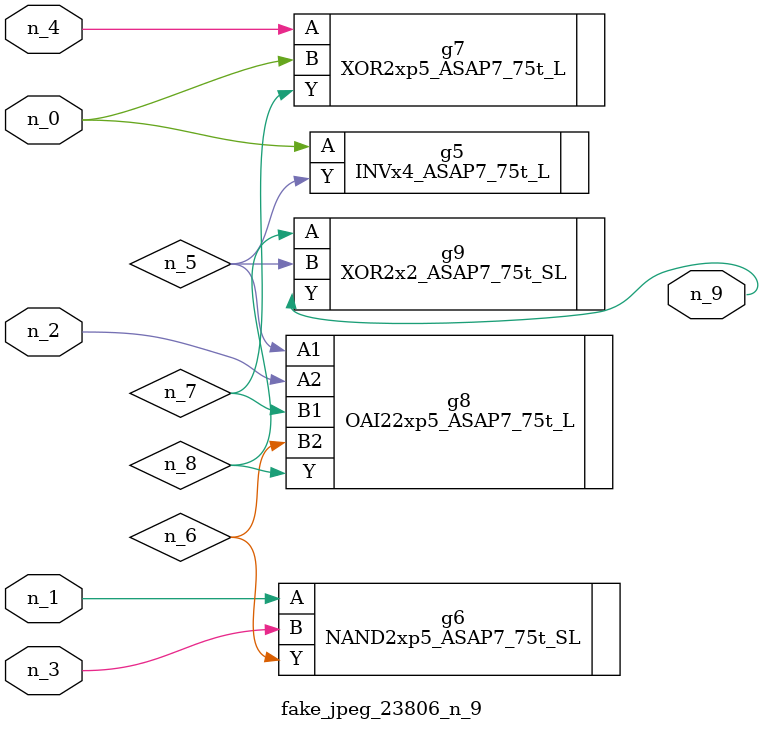
<source format=v>
module fake_jpeg_23806_n_9 (n_3, n_2, n_1, n_0, n_4, n_9);

input n_3;
input n_2;
input n_1;
input n_0;
input n_4;

output n_9;

wire n_8;
wire n_6;
wire n_5;
wire n_7;

INVx4_ASAP7_75t_L g5 ( 
.A(n_0),
.Y(n_5)
);

NAND2xp5_ASAP7_75t_SL g6 ( 
.A(n_1),
.B(n_3),
.Y(n_6)
);

XOR2xp5_ASAP7_75t_L g7 ( 
.A(n_4),
.B(n_0),
.Y(n_7)
);

OAI22xp5_ASAP7_75t_L g8 ( 
.A1(n_5),
.A2(n_2),
.B1(n_7),
.B2(n_6),
.Y(n_8)
);

XOR2x2_ASAP7_75t_SL g9 ( 
.A(n_8),
.B(n_5),
.Y(n_9)
);


endmodule
</source>
